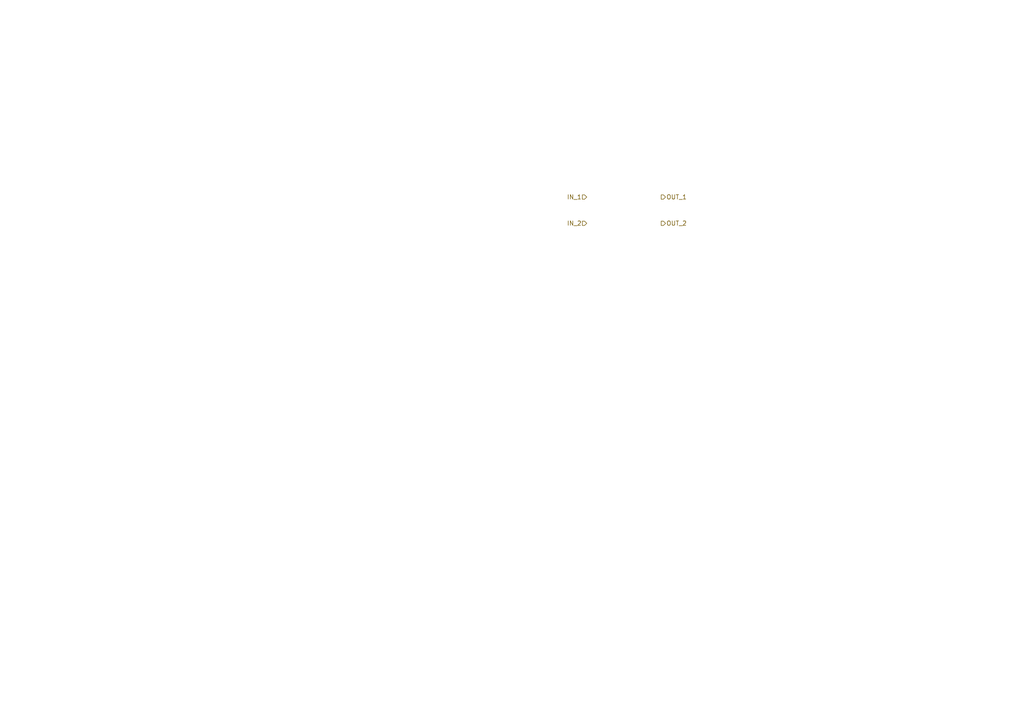
<source format=kicad_sch>
(kicad_sch
	(version 20250114)
	(generator "eeschema")
	(generator_version "9.0")
	(uuid "3d37cfe6-f9e3-4d16-a274-135b63859a8b")
	(paper "A4")
	(lib_symbols)
	(hierarchical_label "IN_1"
		(shape input)
		(at 170.18 57.15 180)
		(effects
			(font
				(size 1.27 1.27)
			)
			(justify right)
		)
		(uuid "3ec65bd7-20f6-4eac-b1d2-2f7472073a48")
	)
	(hierarchical_label "OUT_2"
		(shape output)
		(at 191.77 64.77 0)
		(effects
			(font
				(size 1.27 1.27)
			)
			(justify left)
		)
		(uuid "6890b06b-8af8-400c-a14e-df508a9e0a68")
	)
	(hierarchical_label "OUT_1"
		(shape output)
		(at 191.77 57.15 0)
		(effects
			(font
				(size 1.27 1.27)
			)
			(justify left)
		)
		(uuid "c3ac957f-ebf5-48b2-b176-776209f738fd")
	)
	(hierarchical_label "IN_2"
		(shape input)
		(at 170.18 64.77 180)
		(effects
			(font
				(size 1.27 1.27)
			)
			(justify right)
		)
		(uuid "f3f5cbf9-4188-447d-94db-0cd3cfd619cd")
	)
)

</source>
